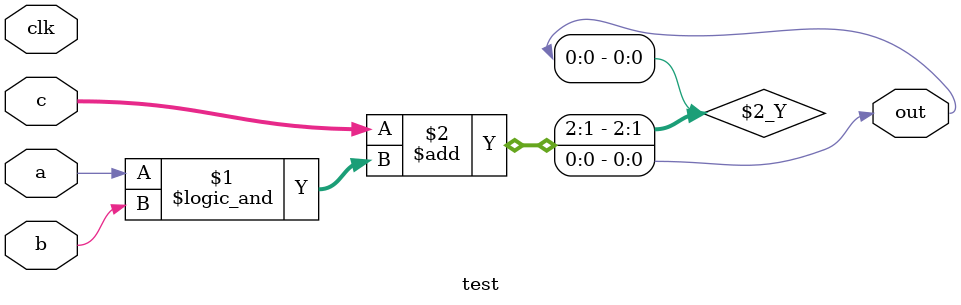
<source format=v>
`timescale 1ns/1ps
module test(clk, a, b, c, out);

    input clk, a, b;
    input [2:0]c;
    output out;

    assign out = c + (a && b);

endmodule
</source>
